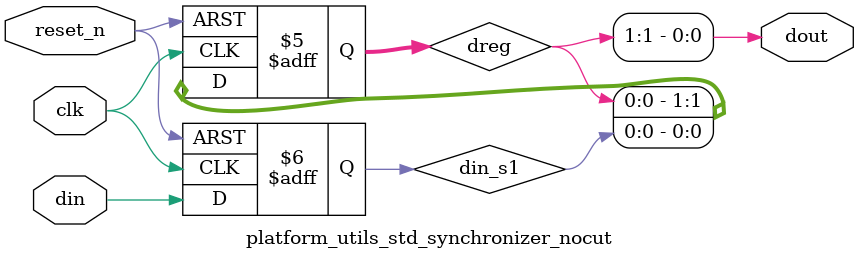
<source format=v>



`timescale 1ns / 1ns

module platform_utils_std_synchronizer_nocut (
                                clk, 
                                reset_n, 
                                din, 
                                dout
                                );

   parameter depth = 3; // This value must be >= 2 !
   parameter rst_value = 0;     
     
   input   clk;
   input   reset_n;    
   input   din;
   output  dout;
   
   // QuartusII synthesis directives:
   //     1. Preserve all registers ie. do not touch them.
   //     2. Do not merge other flip-flops with synchronizer flip-flops.
   // QuartusII TimeQuest directives:
   //     1. Identify all flip-flops in this module as members of the synchronizer 
   //        to enable automatic metastability MTBF analysis.

   (* altera_attribute = {"-name ADV_NETLIST_OPT_ALLOWED NEVER_ALLOW; -name SYNCHRONIZER_IDENTIFICATION FORCED; -name DONT_MERGE_REGISTER ON; -name PRESERVE_REGISTER ON  "} *) reg din_s1;

   (* altera_attribute = {"-name ADV_NETLIST_OPT_ALLOWED NEVER_ALLOW; -name DONT_MERGE_REGISTER ON; -name PRESERVE_REGISTER ON"} *) reg [depth-2:0] dreg;    
   
   //synthesis translate_off
   initial begin
      if (depth <2) begin
         $display("%m: Error: synchronizer length: %0d less than 2.", depth);
      end
   end

   // the first synchronizer register is either a simple D flop for synthesis
   // and non-metastable simulation or a D flop with a method to inject random
   // metastable events resulting in random delay of [0,1] cycles
   
`ifdef __ALTERA_STD__METASTABLE_SIM

   reg[31:0]  RANDOM_SEED = 123456;      
   wire  next_din_s1;
   wire  dout;
   reg   din_last;
   reg          random;
   event metastable_event; // hook for debug monitoring

   initial begin
      $display("%m: Info: Metastable event injection simulation mode enabled");
   end
   
   always @(posedge clk) begin
      if (reset_n == 0)
        random <= $random(RANDOM_SEED);
      else
        random <= $random;
   end

   assign next_din_s1 = (din_last ^ din) ? random : din;   

   always @(posedge clk or negedge reset_n) begin
       if (reset_n == 0) 
         din_last <= (rst_value == 0)? 1'b0 : 1'b1;
       else
         din_last <= din;
   end

   always @(posedge clk or negedge reset_n) begin
       if (reset_n == 0) 
         din_s1 <= (rst_value == 0)? 1'b0 : 1'b1;
       else
         din_s1 <= next_din_s1;
   end
   
`else 

   //synthesis translate_on   
   generate if (rst_value == 0)
       always @(posedge clk or negedge reset_n) begin
           if (reset_n == 0) 
             din_s1 <= 1'b0;
           else
             din_s1 <= din;
       end
   endgenerate
   
   generate if (rst_value == 1)
       always @(posedge clk or negedge reset_n) begin
           if (reset_n == 0) 
             din_s1 <= 1'b1;
           else
             din_s1 <= din;
       end
   endgenerate
   //synthesis translate_off      

`endif

`ifdef __ALTERA_STD__METASTABLE_SIM_VERBOSE
   always @(*) begin
      if (reset_n && (din_last != din) && (random != din)) begin
         $display("%m: Verbose Info: metastable event @ time %t", $time);
         ->metastable_event;
      end
   end      
`endif

   //synthesis translate_on

   // the remaining synchronizer registers form a simple shift register
   // of length depth-1
   generate if (rst_value == 0)
      if (depth < 3) begin
         always @(posedge clk or negedge reset_n) begin
            if (reset_n == 0) 
              dreg <= {depth-1{1'b0}};            
            else
              dreg <= din_s1;
         end         
      end else begin
         always @(posedge clk or negedge reset_n) begin
            if (reset_n == 0) 
              dreg <= {depth-1{1'b0}};
            else
              dreg <= {dreg[depth-3:0], din_s1};
         end
      end
   endgenerate
   
   generate if (rst_value == 1)
      if (depth < 3) begin
         always @(posedge clk or negedge reset_n) begin
            if (reset_n == 0) 
              dreg <= {depth-1{1'b1}};            
            else
              dreg <= din_s1;
         end         
      end else begin
         always @(posedge clk or negedge reset_n) begin
            if (reset_n == 0) 
              dreg <= {depth-1{1'b1}};
            else
              dreg <= {dreg[depth-3:0], din_s1};
         end
      end
   endgenerate

   assign dout = dreg[depth-2];
   
endmodule 


                        

</source>
